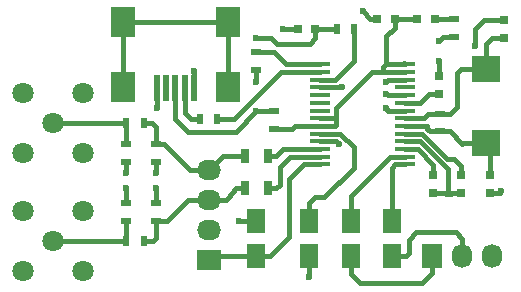
<source format=gtl>
G04 #@! TF.FileFunction,Copper,L1,Top,Signal*
%FSLAX46Y46*%
G04 Gerber Fmt 4.6, Leading zero omitted, Abs format (unit mm)*
G04 Created by KiCad (PCBNEW 4.0.2-stable) date Tue Mar  8 23:30:59 2016*
%MOMM*%
G01*
G04 APERTURE LIST*
%ADD10C,0.100000*%
%ADD11R,0.800000X0.750000*%
%ADD12R,0.750000X0.800000*%
%ADD13R,0.500380X2.301240*%
%ADD14R,1.998980X2.499360*%
%ADD15R,2.032000X1.727200*%
%ADD16O,2.032000X1.727200*%
%ADD17R,1.727200X2.032000*%
%ADD18O,1.727200X2.032000*%
%ADD19R,0.900000X0.500000*%
%ADD20R,0.500000X0.900000*%
%ADD21C,1.800000*%
%ADD22R,1.750000X0.450000*%
%ADD23R,2.400300X2.199640*%
%ADD24R,0.700000X1.300000*%
%ADD25R,1.501140X2.148840*%
%ADD26R,0.797560X0.797560*%
%ADD27C,0.600000*%
%ADD28C,0.400000*%
G04 APERTURE END LIST*
D10*
D11*
X144250000Y-109250000D03*
X142750000Y-109250000D03*
D12*
X156600000Y-123150000D03*
X156600000Y-121650000D03*
X154250000Y-123150000D03*
X154250000Y-121650000D03*
D11*
X150950000Y-108400000D03*
X149450000Y-108400000D03*
D12*
X154750000Y-113250000D03*
X154750000Y-114750000D03*
X160250000Y-108500000D03*
X160250000Y-110000000D03*
X159000000Y-123150000D03*
X159000000Y-121650000D03*
D13*
X134000200Y-114249320D03*
X133200100Y-114249320D03*
X132400000Y-114249320D03*
X131599900Y-114249320D03*
X130799800Y-114249320D03*
D14*
X136850080Y-114150260D03*
X136850080Y-108651160D03*
X127949920Y-114150260D03*
X127949920Y-108651160D03*
D15*
X135250000Y-128830000D03*
D16*
X135250000Y-126290000D03*
X135250000Y-123750000D03*
X135250000Y-121210000D03*
D17*
X154160000Y-128500000D03*
D18*
X156700000Y-128500000D03*
X159240000Y-128500000D03*
D19*
X128250000Y-119000000D03*
X128250000Y-120500000D03*
X128250000Y-125500000D03*
X128250000Y-124000000D03*
D20*
X129750000Y-117250000D03*
X128250000Y-117250000D03*
X129750000Y-127250000D03*
X128250000Y-127250000D03*
D19*
X130750000Y-119000000D03*
X130750000Y-120500000D03*
X130750000Y-125500000D03*
X130750000Y-124000000D03*
D20*
X147550000Y-109250000D03*
X146050000Y-109250000D03*
D19*
X140750000Y-116250000D03*
X140750000Y-117750000D03*
X139250000Y-111250000D03*
X139250000Y-112750000D03*
D20*
X135950000Y-116900000D03*
X134450000Y-116900000D03*
D19*
X154800000Y-117950000D03*
X154800000Y-116450000D03*
D21*
X122040000Y-117210000D03*
X119500000Y-119750000D03*
X119500000Y-114670000D03*
X124580000Y-114670000D03*
X124580000Y-119750000D03*
X122040000Y-127210000D03*
X119500000Y-129750000D03*
X119500000Y-124670000D03*
X124580000Y-124670000D03*
X124580000Y-129750000D03*
D22*
X144650000Y-112275000D03*
X144650000Y-112925000D03*
X144650000Y-113575000D03*
X144650000Y-114225000D03*
X144650000Y-114875000D03*
X144650000Y-115525000D03*
X144650000Y-116175000D03*
X144650000Y-116825000D03*
X144650000Y-117475000D03*
X144650000Y-118125000D03*
X144650000Y-118775000D03*
X144650000Y-119425000D03*
X144650000Y-120075000D03*
X144650000Y-120725000D03*
X151850000Y-120725000D03*
X151850000Y-120075000D03*
X151850000Y-119425000D03*
X151850000Y-118775000D03*
X151850000Y-118125000D03*
X151850000Y-117475000D03*
X151850000Y-116825000D03*
X151850000Y-116175000D03*
X151850000Y-115525000D03*
X151850000Y-114875000D03*
X151850000Y-114225000D03*
X151850000Y-113575000D03*
X151850000Y-112925000D03*
X151850000Y-112275000D03*
D23*
X158700000Y-112650400D03*
X158700000Y-118949600D03*
D24*
X140200000Y-120000000D03*
X138300000Y-120000000D03*
X140200000Y-122750000D03*
X138300000Y-122750000D03*
D25*
X143750000Y-128500000D03*
X143750000Y-125497720D03*
X139250000Y-125500000D03*
X139250000Y-128502280D03*
X147250000Y-128502280D03*
X147250000Y-125500000D03*
X150750000Y-128502280D03*
X150750000Y-125500000D03*
D26*
X152850700Y-108400000D03*
X154349300Y-108400000D03*
D19*
X156000000Y-109950000D03*
X156000000Y-108450000D03*
D27*
X139250000Y-110000000D03*
X134000200Y-112800200D03*
X154750000Y-110250000D03*
X148250000Y-107750000D03*
X157750000Y-110750000D03*
X143750000Y-130250000D03*
X137750000Y-125500000D03*
X146250000Y-119000000D03*
X160000000Y-123000000D03*
X155500000Y-123250000D03*
X150250000Y-116000000D03*
X150250000Y-114750000D03*
X150250000Y-113750000D03*
X154750000Y-112000000D03*
X146475000Y-114225000D03*
X141500000Y-109250000D03*
X130800000Y-116000000D03*
X130750000Y-122750000D03*
X128250000Y-122750000D03*
X130750000Y-121500000D03*
X128250000Y-121500000D03*
X139250000Y-116250000D03*
X139250000Y-113750000D03*
D28*
X144250000Y-109250000D02*
X146050000Y-109250000D01*
X141000000Y-110500000D02*
X140500000Y-110000000D01*
X140500000Y-110000000D02*
X139250000Y-110000000D01*
X143775000Y-110500000D02*
X141000000Y-110500000D01*
X144250000Y-109250000D02*
X144250000Y-110025000D01*
X144250000Y-110025000D02*
X143775000Y-110500000D01*
X134000200Y-114249320D02*
X134000200Y-112800200D01*
X157750000Y-109250000D02*
X158500000Y-108500000D01*
X158500000Y-108500000D02*
X159475000Y-108500000D01*
X157750000Y-110750000D02*
X157750000Y-109250000D01*
X160250000Y-108500000D02*
X159475000Y-108500000D01*
X156000000Y-109950000D02*
X155050000Y-109950000D01*
X155050000Y-109950000D02*
X154750000Y-110250000D01*
X149450000Y-108400000D02*
X148900000Y-108400000D01*
X148900000Y-108400000D02*
X148250000Y-107750000D01*
X143750000Y-129974420D02*
X143750000Y-130250000D01*
X143750000Y-128500000D02*
X143750000Y-129974420D01*
X139250000Y-125500000D02*
X137750000Y-125500000D01*
X144650000Y-118775000D02*
X146025000Y-118775000D01*
X146025000Y-118775000D02*
X146250000Y-119000000D01*
X159000000Y-123150000D02*
X159850000Y-123150000D01*
X159850000Y-123150000D02*
X160000000Y-123000000D01*
X156600000Y-123150000D02*
X155825000Y-123150000D01*
X155825000Y-123150000D02*
X155725000Y-123250000D01*
X155725000Y-123250000D02*
X155500000Y-123250000D01*
X155500000Y-121150000D02*
X155500000Y-123250000D01*
X154250000Y-123150000D02*
X155400000Y-123150000D01*
X155400000Y-123150000D02*
X155500000Y-123250000D01*
X151850000Y-118775000D02*
X153125000Y-118775000D01*
X153125000Y-118775000D02*
X155500000Y-121150000D01*
X150425000Y-116175000D02*
X150250000Y-116000000D01*
X151850000Y-116175000D02*
X150425000Y-116175000D01*
X151850000Y-114875000D02*
X150375000Y-114875000D01*
X150375000Y-114875000D02*
X150250000Y-114750000D01*
X150425000Y-113575000D02*
X150250000Y-113750000D01*
X151850000Y-113575000D02*
X150425000Y-113575000D01*
X154750000Y-113250000D02*
X154750000Y-112000000D01*
X144650000Y-114225000D02*
X146475000Y-114225000D01*
X141950000Y-109250000D02*
X141500000Y-109250000D01*
X142750000Y-109250000D02*
X141950000Y-109250000D01*
X130799800Y-114249320D02*
X130799800Y-115999800D01*
X130799800Y-115999800D02*
X130800000Y-116000000D01*
X130750000Y-124000000D02*
X130750000Y-122750000D01*
X128250000Y-124000000D02*
X128250000Y-122750000D01*
X130750000Y-120500000D02*
X130750000Y-121500000D01*
X128250000Y-120500000D02*
X128250000Y-121500000D01*
X144250000Y-123500000D02*
X143750000Y-124000000D01*
X143750000Y-124000000D02*
X143750000Y-125497720D01*
X145000000Y-123500000D02*
X144250000Y-123500000D01*
X147500000Y-121000000D02*
X145000000Y-123500000D01*
X147500000Y-119250000D02*
X147500000Y-121000000D01*
X146375000Y-118125000D02*
X147500000Y-119250000D01*
X144650000Y-118125000D02*
X146375000Y-118125000D01*
X144650000Y-120725000D02*
X143275000Y-120725000D01*
X143275000Y-120725000D02*
X142000000Y-122000000D01*
X142000000Y-122000000D02*
X142000000Y-126902850D01*
X142000000Y-126902850D02*
X140400570Y-128502280D01*
X140400570Y-128502280D02*
X139250000Y-128502280D01*
X139250000Y-128502280D02*
X135577720Y-128502280D01*
X135577720Y-128502280D02*
X135250000Y-128830000D01*
X156000000Y-120250000D02*
X156600000Y-120850000D01*
X156600000Y-120850000D02*
X156600000Y-121650000D01*
X155377831Y-120250000D02*
X156000000Y-120250000D01*
X151850000Y-118125000D02*
X153252831Y-118125000D01*
X153252831Y-118125000D02*
X155377831Y-120250000D01*
X151850000Y-119425000D02*
X152930002Y-119425000D01*
X152930002Y-119425000D02*
X154250000Y-120744998D01*
X154250000Y-120744998D02*
X154250000Y-120850000D01*
X154250000Y-120850000D02*
X154250000Y-121650000D01*
X150950000Y-108400000D02*
X150950000Y-109175000D01*
X150950000Y-109175000D02*
X150250000Y-109875000D01*
X150250000Y-109875000D02*
X150250000Y-112250000D01*
X150950000Y-108400000D02*
X152850700Y-108400000D01*
X149075000Y-112925000D02*
X150000000Y-112925000D01*
X150000000Y-112925000D02*
X151850000Y-112925000D01*
X150250000Y-112250000D02*
X150000000Y-112500000D01*
X150000000Y-112500000D02*
X150000000Y-112925000D01*
X150550000Y-112250000D02*
X150250000Y-112250000D01*
X151850000Y-112275000D02*
X150575000Y-112275000D01*
X150575000Y-112275000D02*
X150550000Y-112250000D01*
X151750000Y-112175000D02*
X151850000Y-112275000D01*
X146000000Y-116000000D02*
X149075000Y-112925000D01*
X146000000Y-116750000D02*
X146000000Y-116000000D01*
X144650000Y-117475000D02*
X145925000Y-117475000D01*
X145925000Y-117475000D02*
X146000000Y-117400000D01*
X146000000Y-117400000D02*
X146000000Y-116750000D01*
X144650000Y-116825000D02*
X145925000Y-116825000D01*
X145925000Y-116825000D02*
X146000000Y-116750000D01*
X142250000Y-117750000D02*
X142525000Y-117475000D01*
X142525000Y-117475000D02*
X144650000Y-117475000D01*
X140750000Y-117750000D02*
X142250000Y-117750000D01*
X151850000Y-115525000D02*
X153125000Y-115525000D01*
X153125000Y-115525000D02*
X153900000Y-114750000D01*
X153900000Y-114750000D02*
X154750000Y-114750000D01*
X154000000Y-130000000D02*
X154076000Y-130000000D01*
X154076000Y-130000000D02*
X154160000Y-129916000D01*
X154160000Y-129916000D02*
X154160000Y-128500000D01*
X153250000Y-130750000D02*
X154000000Y-130000000D01*
X148023300Y-130750000D02*
X153250000Y-130750000D01*
X147250000Y-128502280D02*
X147250000Y-129976700D01*
X147250000Y-129976700D02*
X148023300Y-130750000D01*
X151850000Y-120075000D02*
X150575000Y-120075000D01*
X150575000Y-120075000D02*
X147250000Y-123400000D01*
X147250000Y-124025580D02*
X147250000Y-125500000D01*
X147250000Y-123400000D02*
X147250000Y-124025580D01*
X150750000Y-128502280D02*
X151900570Y-128502280D01*
X151900570Y-128502280D02*
X152152850Y-128250000D01*
X152152850Y-128250000D02*
X152152850Y-127097150D01*
X152152850Y-127097150D02*
X152750000Y-126500000D01*
X152750000Y-126500000D02*
X156116000Y-126500000D01*
X156116000Y-126500000D02*
X156700000Y-127084000D01*
X156700000Y-127084000D02*
X156700000Y-128500000D01*
X151025000Y-120725000D02*
X150750000Y-121000000D01*
X150750000Y-121000000D02*
X150750000Y-125500000D01*
X151850000Y-120725000D02*
X151025000Y-120725000D01*
X160250000Y-110000000D02*
X159200000Y-110000000D01*
X159200000Y-110000000D02*
X158700000Y-110500000D01*
X158700000Y-110500000D02*
X158700000Y-112650400D01*
X158750000Y-112600400D02*
X158700000Y-112650400D01*
X156250000Y-113000000D02*
X156599600Y-112650400D01*
X156599600Y-112650400D02*
X158700000Y-112650400D01*
X156250000Y-115850000D02*
X156250000Y-113000000D01*
X154800000Y-116450000D02*
X155650000Y-116450000D01*
X155650000Y-116450000D02*
X156250000Y-115850000D01*
X153425000Y-116825000D02*
X153800000Y-116450000D01*
X153800000Y-116450000D02*
X154800000Y-116450000D01*
X151850000Y-116825000D02*
X153425000Y-116825000D01*
X153725000Y-117475000D02*
X153725000Y-117725000D01*
X153725000Y-117725000D02*
X153950000Y-117950000D01*
X153950000Y-117950000D02*
X154800000Y-117950000D01*
X151850000Y-117475000D02*
X153725000Y-117475000D01*
X159000000Y-121650000D02*
X159000000Y-119249600D01*
X159000000Y-119249600D02*
X158700000Y-118949600D01*
X156700000Y-119000000D02*
X156750400Y-118949600D01*
X156750400Y-118949600D02*
X158700000Y-118949600D01*
X154800000Y-117950000D02*
X155650000Y-117950000D01*
X155650000Y-117950000D02*
X156700000Y-119000000D01*
X154800000Y-117950000D02*
X155000000Y-117950000D01*
X133200000Y-116400000D02*
X133700000Y-116900000D01*
X133700000Y-116900000D02*
X134450000Y-116900000D01*
X133200000Y-115800040D02*
X133200000Y-116400000D01*
X133200100Y-114249320D02*
X133200100Y-115799940D01*
X133200100Y-115799940D02*
X133200000Y-115800040D01*
X139250000Y-116250000D02*
X140750000Y-116250000D01*
X133500000Y-118000000D02*
X137500000Y-118000000D01*
X137500000Y-118000000D02*
X139250000Y-116250000D01*
X132400000Y-116900000D02*
X133500000Y-118000000D01*
X132400000Y-114249320D02*
X132400000Y-116900000D01*
X139250000Y-112750000D02*
X139250000Y-113750000D01*
X136850080Y-108651160D02*
X136850080Y-114150260D01*
X127949920Y-108651160D02*
X129349410Y-108651160D01*
X129349410Y-108651160D02*
X136850080Y-108651160D01*
X127949920Y-108651160D02*
X127949920Y-114150260D01*
X138300000Y-120000000D02*
X136460000Y-120000000D01*
X136460000Y-120000000D02*
X135250000Y-121210000D01*
X130750000Y-119000000D02*
X131400000Y-119000000D01*
X131400000Y-119000000D02*
X133610000Y-121210000D01*
X133610000Y-121210000D02*
X135250000Y-121210000D01*
X130750000Y-117600000D02*
X130750000Y-119000000D01*
X129750000Y-117250000D02*
X130400000Y-117250000D01*
X130400000Y-117250000D02*
X130750000Y-117600000D01*
X137400000Y-123016000D02*
X137400000Y-122900000D01*
X137400000Y-122900000D02*
X137550000Y-122750000D01*
X137550000Y-122750000D02*
X138300000Y-122750000D01*
X135250000Y-123750000D02*
X136666000Y-123750000D01*
X136666000Y-123750000D02*
X137400000Y-123016000D01*
X135250000Y-123750000D02*
X133450000Y-123750000D01*
X133450000Y-123750000D02*
X131700000Y-125500000D01*
X131700000Y-125500000D02*
X130750000Y-125500000D01*
X130750000Y-127000000D02*
X130500000Y-127250000D01*
X130500000Y-127250000D02*
X129750000Y-127250000D01*
X130750000Y-125500000D02*
X130750000Y-127000000D01*
X128250000Y-117250000D02*
X122080000Y-117250000D01*
X122080000Y-117250000D02*
X122040000Y-117210000D01*
X128250000Y-117250000D02*
X128250000Y-119000000D01*
X128250000Y-127250000D02*
X122080000Y-127250000D01*
X122080000Y-127250000D02*
X122040000Y-127210000D01*
X128250000Y-127250000D02*
X128250000Y-125500000D01*
X128210000Y-127210000D02*
X128250000Y-127250000D01*
X140200000Y-120000000D02*
X140950000Y-120000000D01*
X140950000Y-120000000D02*
X141525000Y-119425000D01*
X141525000Y-119425000D02*
X144650000Y-119425000D01*
X142125000Y-120075000D02*
X141250000Y-120950000D01*
X141250000Y-120950000D02*
X141250000Y-122450000D01*
X144650000Y-120075000D02*
X142125000Y-120075000D01*
X140200000Y-122750000D02*
X140950000Y-122750000D01*
X140950000Y-122750000D02*
X141250000Y-122450000D01*
X144650000Y-113575000D02*
X145925000Y-113575000D01*
X145925000Y-113575000D02*
X147550000Y-111950000D01*
X147550000Y-111950000D02*
X147550000Y-110100000D01*
X147550000Y-110100000D02*
X147550000Y-109250000D01*
X141750000Y-112250000D02*
X140750000Y-111250000D01*
X140750000Y-111250000D02*
X139250000Y-111250000D01*
X143350000Y-112250000D02*
X141750000Y-112250000D01*
X144650000Y-112275000D02*
X143375000Y-112275000D01*
X143375000Y-112275000D02*
X143350000Y-112250000D01*
X137400000Y-116900000D02*
X141375000Y-112925000D01*
X141375000Y-112925000D02*
X144650000Y-112925000D01*
X135950000Y-116900000D02*
X137400000Y-116900000D01*
X154349300Y-108400000D02*
X155950000Y-108400000D01*
X155950000Y-108400000D02*
X156000000Y-108450000D01*
M02*

</source>
